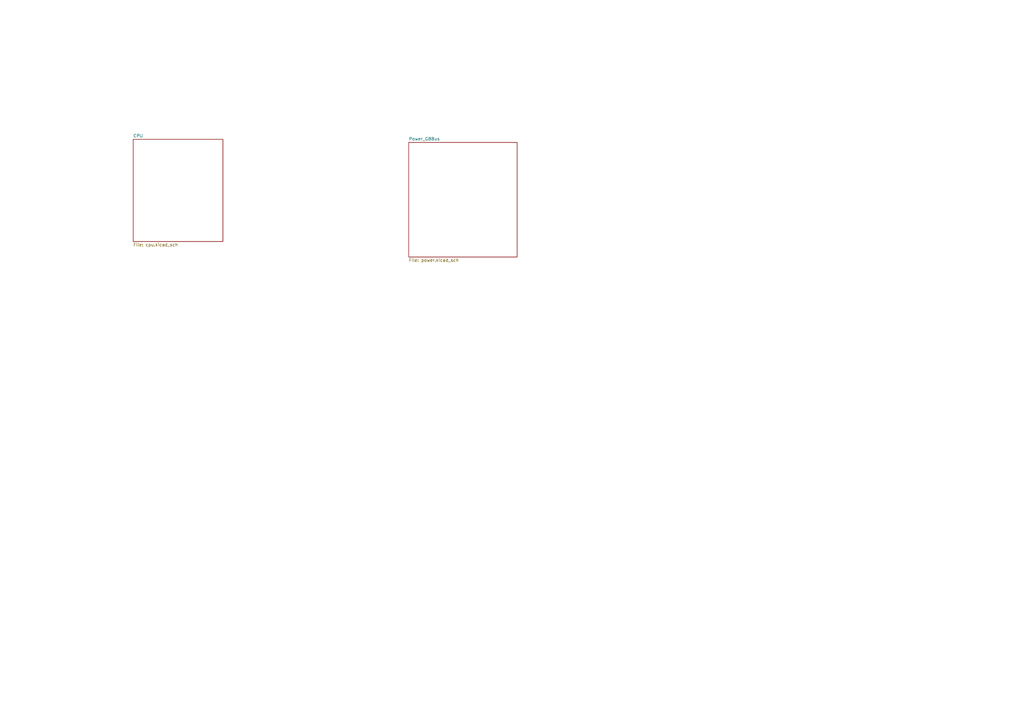
<source format=kicad_sch>
(kicad_sch
	(version 20250114)
	(generator "eeschema")
	(generator_version "9.0")
	(uuid "ec16e1da-c950-4911-941a-a1ab0200cc01")
	(paper "A3")
	(lib_symbols)
	(sheet
		(at 54.61 57.15)
		(size 36.83 41.91)
		(exclude_from_sim no)
		(in_bom yes)
		(on_board yes)
		(dnp no)
		(fields_autoplaced yes)
		(stroke
			(width 0.1524)
			(type solid)
		)
		(fill
			(color 0 0 0 0.0000)
		)
		(uuid "b615a724-4227-4bd0-80d9-62bf83e996a3")
		(property "Sheetname" "CPU"
			(at 54.61 56.4384 0)
			(effects
				(font
					(size 1.27 1.27)
				)
				(justify left bottom)
			)
		)
		(property "Sheetfile" "cpu.kicad_sch"
			(at 54.61 99.6446 0)
			(effects
				(font
					(size 1.27 1.27)
				)
				(justify left top)
			)
		)
		(instances
			(project "GameboyCartridgeV2.1"
				(path "/ec16e1da-c950-4911-941a-a1ab0200cc01"
					(page "2")
				)
			)
		)
	)
	(sheet
		(at 167.64 58.42)
		(size 44.45 46.99)
		(exclude_from_sim no)
		(in_bom yes)
		(on_board yes)
		(dnp no)
		(fields_autoplaced yes)
		(stroke
			(width 0.1524)
			(type solid)
		)
		(fill
			(color 0 0 0 0.0000)
		)
		(uuid "eaa45bde-2806-4cbd-94b7-5dcef58f4236")
		(property "Sheetname" "Power_GBBus"
			(at 167.64 57.7084 0)
			(effects
				(font
					(size 1.27 1.27)
				)
				(justify left bottom)
			)
		)
		(property "Sheetfile" "power.kicad_sch"
			(at 167.64 105.9946 0)
			(effects
				(font
					(size 1.27 1.27)
				)
				(justify left top)
			)
		)
		(instances
			(project "GameboyCartridgeV2.1"
				(path "/ec16e1da-c950-4911-941a-a1ab0200cc01"
					(page "3")
				)
			)
		)
	)
	(sheet_instances
		(path "/"
			(page "1")
		)
	)
	(embedded_fonts no)
)

</source>
